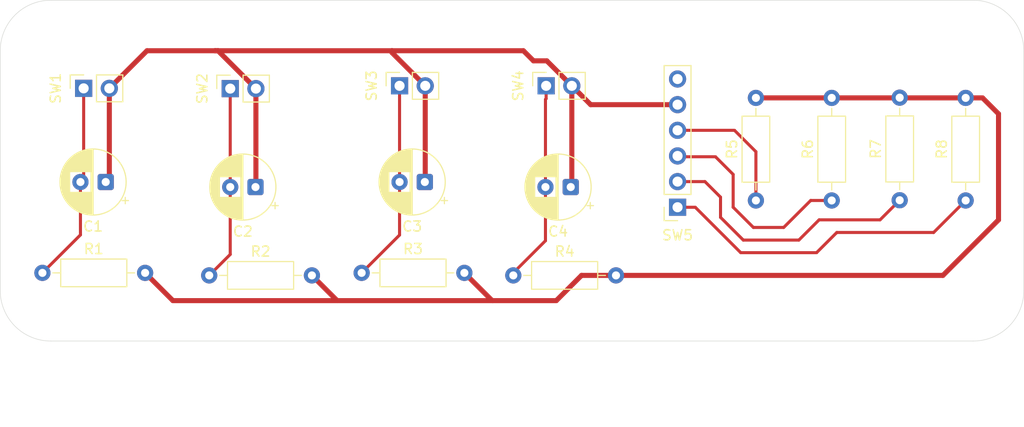
<source format=kicad_pcb>
(kicad_pcb (version 20241229) (generator "pcbnew") (generator_version "9.0")
  (layers (0 "F.Cu" signal) (2 "B.Cu" signal) (13 "F.Paste" user) (15 "B.Paste" user) (5 "F.SilkS" user "F.Silkscreen") (7 "B.SilkS" user "B.Silkscreen") (1 "F.Mask" user) (3 "B.Mask" user) (25 "Edge.Cuts" user))
  (net 0 "")
  (net 1 "/Sw1")
  (net 2 "GND")
  (net 3 "/Sw2")
  (net 4 "/Sw4")
  (net 5 "/Sw3")
  (net 6 "/Rotary4")
  (net 7 "/Rotary3")
  (net 8 "/Rotary2")
  (net 9 "/Rotary1")
  (net 10 "+GLV")
  (footprint "Connector_PinSocket_2.54mm:PinSocket_1x02_P2.54mm_Vertical" (layer "F.Cu") (at 68.25 78.725 90)
    (property "Reference" "SW1" (at 0 -2.77 90) (layer "F.SilkS"))
    (property "Value" "SW_Push")
    (pad "1" thru_hole rect (at 0 0 90) (size 1.7 1.7) (drill 1) (layers "*.Cu" "*.Mask") (net 1 "/Sw1"))
    (pad "2" thru_hole circle (at 0 2.54 90) (size 1.7 1.7) (drill 1) (layers "*.Cu" "*.Mask") (net 10 "+GLV"))
  )
  (footprint "Resistor_THT:R_Axial_DIN0207_L6.3mm_D2.5mm_P10.16mm_Horizontal" (layer "F.Cu") (at 110.75 97.25)
    (property "Reference" "R4" (at 5.08 -2.37 0) (layer "F.SilkS"))
    (property "Value" "R")
    (pad "1" thru_hole circle (at 0 0) (size 1.6 1.6) (drill 0.8) (layers "*.Cu" "*.Mask") (net 5 "/Sw3"))
    (pad "2" thru_hole circle (at 10.16 0) (size 1.6 1.6) (drill 0.8) (layers "*.Cu" "*.Mask") (net 2 "GND"))
  )
  (footprint "Connector_PinSocket_2.54mm:PinSocket_1x02_P2.54mm_Vertical" (layer "F.Cu") (at 114 78.475 90)
    (property "Reference" "SW4" (at 0 -2.77 90) (layer "F.SilkS"))
    (property "Value" "SW_Push")
    (pad "1" thru_hole rect (at 0 0 90) (size 1.7 1.7) (drill 1) (layers "*.Cu" "*.Mask") (net 5 "/Sw3"))
    (pad "2" thru_hole circle (at 0 2.54 90) (size 1.7 1.7) (drill 1) (layers "*.Cu" "*.Mask") (net 10 "+GLV"))
  )
  (footprint "Resistor_THT:R_Axial_DIN0207_L6.3mm_D2.5mm_P10.16mm_Horizontal" (layer "F.Cu") (at 155.5 89.83 90)
    (property "Reference" "R8" (at 5.08 -2.37 90) (layer "F.SilkS"))
    (property "Value" "R")
    (pad "1" thru_hole circle (at 0 0 90) (size 1.6 1.6) (drill 0.8) (layers "*.Cu" "*.Mask") (net 9 "/Rotary1"))
    (pad "2" thru_hole circle (at 10.16 0 90) (size 1.6 1.6) (drill 0.8) (layers "*.Cu" "*.Mask") (net 2 "GND"))
  )
  (footprint "Resistor_THT:R_Axial_DIN0207_L6.3mm_D2.5mm_P10.16mm_Horizontal" (layer "F.Cu") (at 134.75 89.83 90)
    (property "Reference" "R5" (at 5.08 -2.37 90) (layer "F.SilkS"))
    (property "Value" "R")
    (pad "1" thru_hole circle (at 0 0 90) (size 1.6 1.6) (drill 0.8) (layers "*.Cu" "*.Mask") (net 6 "/Rotary4"))
    (pad "2" thru_hole circle (at 10.16 0 90) (size 1.6 1.6) (drill 0.8) (layers "*.Cu" "*.Mask") (net 2 "GND"))
  )
  (footprint "Resistor_THT:R_Axial_DIN0207_L6.3mm_D2.5mm_P10.16mm_Horizontal" (layer "F.Cu") (at 142.25 89.83 90)
    (property "Reference" "R6" (at 5.08 -2.37 90) (layer "F.SilkS"))
    (property "Value" "R")
    (pad "1" thru_hole circle (at 0 0 90) (size 1.6 1.6) (drill 0.8) (layers "*.Cu" "*.Mask") (net 7 "/Rotary3"))
    (pad "2" thru_hole circle (at 10.16 0 90) (size 1.6 1.6) (drill 0.8) (layers "*.Cu" "*.Mask") (net 2 "GND"))
  )
  (footprint "Capacitor_THT:CP_Radial_D6.3mm_P2.50mm" (layer "F.Cu") (at 116.432379 88.5 180)
    (property "Reference" "C4" (at 1.25 -4.4 0) (layer "F.SilkS"))
    (property "Value" "C")
    (pad "1" thru_hole roundrect (at 0 0 180) (size 1.6 1.6) (drill 0.8) (layers "*.Cu" "*.Mask") (roundrect_rratio 0.15625) (net 10 "+GLV"))
    (pad "2" thru_hole circle (at 2.5 0 180) (size 1.6 1.6) (drill 0.8) (layers "*.Cu" "*.Mask") (net 5 "/Sw3"))
  )
  (footprint "Capacitor_THT:CP_Radial_D6.3mm_P2.50mm" (layer "F.Cu") (at 102 88 180)
    (property "Reference" "C3" (at 1.25 -4.4 0) (layer "F.SilkS"))
    (property "Value" "C")
    (pad "1" thru_hole roundrect (at 0 0 180) (size 1.6 1.6) (drill 0.8) (layers "*.Cu" "*.Mask") (roundrect_rratio 0.15625) (net 10 "+GLV"))
    (pad "2" thru_hole circle (at 2.5 0 180) (size 1.6 1.6) (drill 0.8) (layers "*.Cu" "*.Mask") (net 4 "/Sw4"))
  )
  (footprint "Connector_PinSocket_2.54mm:PinSocket_1x02_P2.54mm_Vertical" (layer "F.Cu") (at 82.75 78.75 90)
    (property "Reference" "SW2" (at 0 -2.77 90) (layer "F.SilkS"))
    (property "Value" "SW_Push")
    (pad "1" thru_hole rect (at 0 0 90) (size 1.7 1.7) (drill 1) (layers "*.Cu" "*.Mask") (net 3 "/Sw2"))
    (pad "2" thru_hole circle (at 0 2.54 90) (size 1.7 1.7) (drill 1) (layers "*.Cu" "*.Mask") (net 10 "+GLV"))
  )
  (footprint "Capacitor_THT:CP_Radial_D6.3mm_P2.50mm" (layer "F.Cu") (at 70.432379 88 180)
    (property "Reference" "C1" (at 1.25 -4.4 0) (layer "F.SilkS"))
    (property "Value" "C")
    (pad "1" thru_hole roundrect (at 0 0 180) (size 1.6 1.6) (drill 0.8) (layers "*.Cu" "*.Mask") (roundrect_rratio 0.15625) (net 10 "+GLV"))
    (pad "2" thru_hole circle (at 2.5 0 180) (size 1.6 1.6) (drill 0.8) (layers "*.Cu" "*.Mask") (net 1 "/Sw1"))
  )
  (footprint "Connector_PinSocket_2.54mm:PinSocket_1x06_P2.54mm_Vertical" (layer "F.Cu") (at 127 90.5 180)
    (property "Reference" "SW5" (at 0 -2.77 0) (layer "F.SilkS"))
    (property "Value" "SW_Rotary_1x4_MP")
    (pad "1" thru_hole rect (at 0 0 180) (size 1.7 1.7) (drill 1) (layers "*.Cu" "*.Mask") (net 9 "/Rotary1"))
    (pad "2" thru_hole circle (at 0 2.54 180) (size 1.7 1.7) (drill 1) (layers "*.Cu" "*.Mask") (net 8 "/Rotary2"))
    (pad "3" thru_hole circle (at 0 5.08 180) (size 1.7 1.7) (drill 1) (layers "*.Cu" "*.Mask") (net 7 "/Rotary3"))
    (pad "4" thru_hole circle (at 0 7.62 180) (size 1.7 1.7) (drill 1) (layers "*.Cu" "*.Mask") (net 6 "/Rotary4"))
    (pad "5" thru_hole circle (at 0 10.16 180) (size 1.7 1.7) (drill 1) (layers "*.Cu" "*.Mask") (net 10 "+GLV"))
    (pad "6" thru_hole circle (at 0 12.7 180) (size 1.7 1.7) (drill 1) (layers "*.Cu" "*.Mask"))
  )
  (footprint "Resistor_THT:R_Axial_DIN0207_L6.3mm_D2.5mm_P10.16mm_Horizontal" (layer "F.Cu") (at 148.973527 89.805901 90)
    (property "Reference" "R7" (at 5.08 -2.37 90) (layer "F.SilkS"))
    (property "Value" "R")
    (pad "1" thru_hole circle (at 0 0 90) (size 1.6 1.6) (drill 0.8) (layers "*.Cu" "*.Mask") (net 8 "/Rotary2"))
    (pad "2" thru_hole circle (at 10.16 0 90) (size 1.6 1.6) (drill 0.8) (layers "*.Cu" "*.Mask") (net 2 "GND"))
  )
  (footprint "Connector_PinSocket_2.54mm:PinSocket_1x02_P2.54mm_Vertical" (layer "F.Cu") (at 99.5 78.475 90)
    (property "Reference" "SW3" (at 0 -2.77 90) (layer "F.SilkS"))
    (property "Value" "SW_Push")
    (pad "1" thru_hole rect (at 0 0 90) (size 1.7 1.7) (drill 1) (layers "*.Cu" "*.Mask") (net 4 "/Sw4"))
    (pad "2" thru_hole circle (at 0 2.54 90) (size 1.7 1.7) (drill 1) (layers "*.Cu" "*.Mask") (net 10 "+GLV"))
  )
  (footprint "Resistor_THT:R_Axial_DIN0207_L6.3mm_D2.5mm_P10.16mm_Horizontal" (layer "F.Cu") (at 95.75 97)
    (property "Reference" "R3" (at 5.08 -2.37 0) (layer "F.SilkS"))
    (property "Value" "R")
    (pad "1" thru_hole circle (at 0 0) (size 1.6 1.6) (drill 0.8) (layers "*.Cu" "*.Mask") (net 4 "/Sw4"))
    (pad "2" thru_hole circle (at 10.16 0) (size 1.6 1.6) (drill 0.8) (layers "*.Cu" "*.Mask") (net 2 "GND"))
  )
  (footprint "Resistor_THT:R_Axial_DIN0207_L6.3mm_D2.5mm_P10.16mm_Horizontal" (layer "F.Cu") (at 80.67 97.25)
    (property "Reference" "R2" (at 5.08 -2.37 0) (layer "F.SilkS"))
    (property "Value" "R")
    (pad "1" thru_hole circle (at 0 0) (size 1.6 1.6) (drill 0.8) (layers "*.Cu" "*.Mask") (net 3 "/Sw2"))
    (pad "2" thru_hole circle (at 10.16 0) (size 1.6 1.6) (drill 0.8) (layers "*.Cu" "*.Mask") (net 2 "GND"))
  )
  (footprint "Capacitor_THT:CP_Radial_D6.3mm_P2.50mm" (layer "F.Cu") (at 85.25 88.5 180)
    (property "Reference" "C2" (at 1.25 -4.4 0) (layer "F.SilkS"))
    (property "Value" "C")
    (pad "1" thru_hole roundrect (at 0 0 180) (size 1.6 1.6) (drill 0.8) (layers "*.Cu" "*.Mask") (roundrect_rratio 0.15625) (net 10 "+GLV"))
    (pad "2" thru_hole circle (at 2.5 0 180) (size 1.6 1.6) (drill 0.8) (layers "*.Cu" "*.Mask") (net 3 "/Sw2"))
  )
  (footprint "Resistor_THT:R_Axial_DIN0207_L6.3mm_D2.5mm_P10.16mm_Horizontal" (layer "F.Cu") (at 64.17 97)
    (property "Reference" "R1" (at 5.08 -2.37 0) (layer "F.SilkS"))
    (property "Value" "R")
    (pad "1" thru_hole circle (at 0 0) (size 1.6 1.6) (drill 0.8) (layers "*.Cu" "*.Mask") (net 1 "/Sw1"))
    (pad "2" thru_hole circle (at 10.16 0) (size 1.6 1.6) (drill 0.8) (layers "*.Cu" "*.Mask") (net 2 "GND"))
  )
  (gr_arc (start 60 75) (mid 61.464466 71.464466) (end 65 70) (stroke (width 0.05)) (layer "Edge.Cuts"))
  (gr_arc (start 156.25 70) (mid 159.785534 71.464466) (end 161.25 75) (stroke (width 0.05)) (layer "Edge.Cuts"))
  (gr_arc (start 65 103.75) (mid 61.464466 102.285534) (end 60 98.75) (stroke (width 0.05)) (layer "Edge.Cuts"))
  (gr_line (start 156.25 103.75) (end 65 103.75) (stroke (width 0.05)) (layer "Edge.Cuts"))
  (gr_arc (start 161.25 98.75) (mid 159.785534 102.285534) (end 156.25 103.75) (stroke (width 0.05)) (layer "Edge.Cuts"))
  (gr_line (start 65 70) (end 156.25 70) (stroke (width 0.05)) (layer "Edge.Cuts"))
  (gr_line (start 161.25 75) (end 161.25 98.75) (stroke (width 0.05)) (layer "Edge.Cuts"))
  (gr_line (start 60 98.75) (end 60 75) (stroke (width 0.05)) (layer "Edge.Cuts"))
  (segment (start 67.932379 93.237621) (end 64.17 97) (width 0.3) (layer "F.Cu") (net 1))
  (segment (start 67.932379 88) (end 67.932379 93.237621) (width 0.3) (layer "F.Cu") (net 1))
  (segment (start 68.25 87.682379) (end 67.932379 88) (width 0.3) (layer "F.Cu") (net 1))
  (segment (start 68.25 78.725) (end 68.25 87.682379) (width 0.3) (layer "F.Cu") (net 1))
  (segment (start 153.25 97.25) (end 120.91 97.25) (width 0.5) (layer "F.Cu") (net 2))
  (segment (start 155.5 79.67) (end 157.17 79.67) (width 0.5) (layer "F.Cu") (net 2))
  (segment (start 108.75 99.75) (end 93.33 99.75) (width 0.5) (layer "F.Cu") (net 2))
  (segment (start 117.5 97.25) (end 115 99.75) (width 0.5) (layer "F.Cu") (net 2))
  (segment (start 142.25 79.67) (end 148.949428 79.67) (width 0.5) (layer "F.Cu") (net 2))
  (segment (start 93.33 99.75) (end 77.08 99.75) (width 0.5) (layer "F.Cu") (net 2))
  (segment (start 158.75 81.25) (end 158.75 91.75) (width 0.5) (layer "F.Cu") (net 2))
  (segment (start 134.75 79.67) (end 142.25 79.67) (width 0.5) (layer "F.Cu") (net 2))
  (segment (start 108.75 99.75) (end 108.66 99.75) (width 0.5) (layer "F.Cu") (net 2))
  (segment (start 157.17 79.67) (end 158.75 81.25) (width 0.5) (layer "F.Cu") (net 2))
  (segment (start 120.91 97.25) (end 117.5 97.25) (width 0.5) (layer "F.Cu") (net 2))
  (segment (start 148.973527 79.645901) (end 149.104099 79.645901) (width 0.5) (layer "F.Cu") (net 2))
  (segment (start 149.104099 79.645901) (end 149.128198 79.67) (width 0.5) (layer "F.Cu") (net 2))
  (segment (start 115 99.75) (end 108.75 99.75) (width 0.5) (layer "F.Cu") (net 2))
  (segment (start 90.83 97.25) (end 93.33 99.75) (width 0.5) (layer "F.Cu") (net 2))
  (segment (start 77.08 99.75) (end 74.33 97) (width 0.5) (layer "F.Cu") (net 2))
  (segment (start 148.949428 79.67) (end 148.973527 79.645901) (width 0.5) (layer "F.Cu") (net 2))
  (segment (start 108.66 99.75) (end 105.91 97) (width 0.5) (layer "F.Cu") (net 2))
  (segment (start 149.128198 79.67) (end 155.5 79.67) (width 0.5) (layer "F.Cu") (net 2))
  (segment (start 158.75 91.75) (end 153.25 97.25) (width 0.5) (layer "F.Cu") (net 2))
  (segment (start 82.75 95.17) (end 80.67 97.25) (width 0.3) (layer "F.Cu") (net 3))
  (segment (start 82.75 78.75) (end 82.75 88.5) (width 0.3) (layer "F.Cu") (net 3))
  (segment (start 82.75 88.5) (end 82.75 95.17) (width 0.3) (layer "F.Cu") (net 3))
  (segment (start 99.5 88) (end 99.5 93.25) (width 0.3) (layer "F.Cu") (net 4))
  (segment (start 99.5 93.25) (end 95.75 97) (width 0.3) (layer "F.Cu") (net 4))
  (segment (start 99.5 78.475) (end 99.5 88) (width 0.3) (layer "F.Cu") (net 4))
  (segment (start 110.75 97.25) (end 110.75 97) (width 0.3) (layer "F.Cu") (net 5))
  (segment (start 114 79.75) (end 113.932379 79.817621) (width 0.3) (layer "F.Cu") (net 5))
  (segment (start 113.932379 79.817621) (end 113.932379 88.5) (width 0.3) (layer "F.Cu") (net 5))
  (segment (start 110.75 97) (end 113.932379 93.817621) (width 0.3) (layer "F.Cu") (net 5))
  (segment (start 114 78.475) (end 114 79.75) (width 0.3) (layer "F.Cu") (net 5))
  (segment (start 113.932379 93.817621) (end 113.932379 88.5) (width 0.3) (layer "F.Cu") (net 5))
  (segment (start 132.63 82.88) (end 134.75 85) (width 0.3) (layer "F.Cu") (net 6))
  (segment (start 127 82.88) (end 132.63 82.88) (width 0.3) (layer "F.Cu") (net 6))
  (segment (start 134.75 85) (end 134.75 89.83) (width 0.3) (layer "F.Cu") (net 6))
  (segment (start 127 85.42) (end 127.08 85.5) (width 0.3) (layer "F.Cu") (net 7))
  (segment (start 132.5 87.25) (end 132.5 90.5) (width 0.3) (layer "F.Cu") (net 7))
  (segment (start 134.5 92.5) (end 137.5 92.5) (width 0.3) (layer "F.Cu") (net 7))
  (segment (start 132.5 90.5) (end 134.5 92.5) (width 0.3) (layer "F.Cu") (net 7))
  (segment (start 137.5 92.5) (end 140.17 89.83) (width 0.3) (layer "F.Cu") (net 7))
  (segment (start 127.08 85.5) (end 130.75 85.5) (width 0.3) (layer "F.Cu") (net 7))
  (segment (start 140.17 89.83) (end 142.25 89.83) (width 0.3) (layer "F.Cu") (net 7))
  (segment (start 130.75 85.5) (end 132.5 87.25) (width 0.3) (layer "F.Cu") (net 7))
  (segment (start 131.25 89.5) (end 131.25 91.5) (width 0.3) (layer "F.Cu") (net 8))
  (segment (start 147.029428 91.75) (end 148.973527 89.805901) (width 0.3) (layer "F.Cu") (net 8))
  (segment (start 129.71 87.96) (end 131.25 89.5) (width 0.3) (layer "F.Cu") (net 8))
  (segment (start 127 87.96) (end 129.71 87.96) (width 0.3) (layer "F.Cu") (net 8))
  (segment (start 141 91.75) (end 147.029428 91.75) (width 0.3) (layer "F.Cu") (net 8))
  (segment (start 133.5 93.75) (end 139 93.75) (width 0.3) (layer "F.Cu") (net 8))
  (segment (start 139 93.75) (end 141 91.75) (width 0.3) (layer "F.Cu") (net 8))
  (segment (start 131.25 91.5) (end 133.5 93.75) (width 0.3) (layer "F.Cu") (net 8))
  (segment (start 140.75 95) (end 142.75 93) (width 0.3) (layer "F.Cu") (net 9))
  (segment (start 152.33 93) (end 155.5 89.83) (width 0.3) (layer "F.Cu") (net 9))
  (segment (start 128.75 90.5) (end 133.25 95) (width 0.3) (layer "F.Cu") (net 9))
  (segment (start 142.75 93) (end 152.33 93) (width 0.3) (layer "F.Cu") (net 9))
  (segment (start 127 90.5) (end 128.75 90.5) (width 0.3) (layer "F.Cu") (net 9))
  (segment (start 133.25 95) (end 140.75 95) (width 0.3) (layer "F.Cu") (net 9))
  (segment (start 102.04 78.475) (end 102.04 87.96) (width 0.5) (layer "F.Cu") (net 10))
  (segment (start 116.54 88.392379) (end 116.432379 88.5) (width 0.5) (layer "F.Cu") (net 10))
  (segment (start 118.405 80.34) (end 127 80.34) (width 0.5) (layer "F.Cu") (net 10))
  (segment (start 112.75 76) (end 114.065 76) (width 0.5) (layer "F.Cu") (net 10))
  (segment (start 70.79 78.725) (end 70.79 87.642379) (width 0.5) (layer "F.Cu") (net 10))
  (segment (start 85.29 88.46) (end 85.25 88.5) (width 0.5) (layer "F.Cu") (net 10))
  (segment (start 70.79 87.642379) (end 70.432379 88) (width 0.5) (layer "F.Cu") (net 10))
  (segment (start 85.29 78.75) (end 85.29 88.46) (width 0.5) (layer "F.Cu") (net 10))
  (segment (start 114.065 76) (end 116.54 78.475) (width 0.5) (layer "F.Cu") (net 10))
  (segment (start 102.04 87.96) (end 102 88) (width 0.5) (layer "F.Cu") (net 10))
  (segment (start 81.25 75) (end 81.54 75) (width 0.5) (layer "F.Cu") (net 10))
  (segment (start 111.75 75) (end 112.75 76) (width 0.5) (layer "F.Cu") (net 10))
  (segment (start 70.79 78.725) (end 74.515 75) (width 0.5) (layer "F.Cu") (net 10))
  (segment (start 116.54 78.475) (end 118.405 80.34) (width 0.5) (layer "F.Cu") (net 10))
  (segment (start 102.04 78.475) (end 98.75 75.185) (width 0.5) (layer "F.Cu") (net 10))
  (segment (start 98.75 75.185) (end 98.75 75) (width 0.5) (layer "F.Cu") (net 10))
  (segment (start 74.515 75) (end 81.25 75) (width 0.5) (layer "F.Cu") (net 10))
  (segment (start 81.54 75) (end 85.29 78.75) (width 0.5) (layer "F.Cu") (net 10))
  (segment (start 81.25 75) (end 98.75 75) (width 0.5) (layer "F.Cu") (net 10))
  (segment (start 116.54 78.475) (end 116.54 88.392379) (width 0.5) (layer "F.Cu") (net 10))
  (segment (start 98.75 75) (end 111.75 75) (width 0.5) (layer "F.Cu") (net 10))
)
</source>
